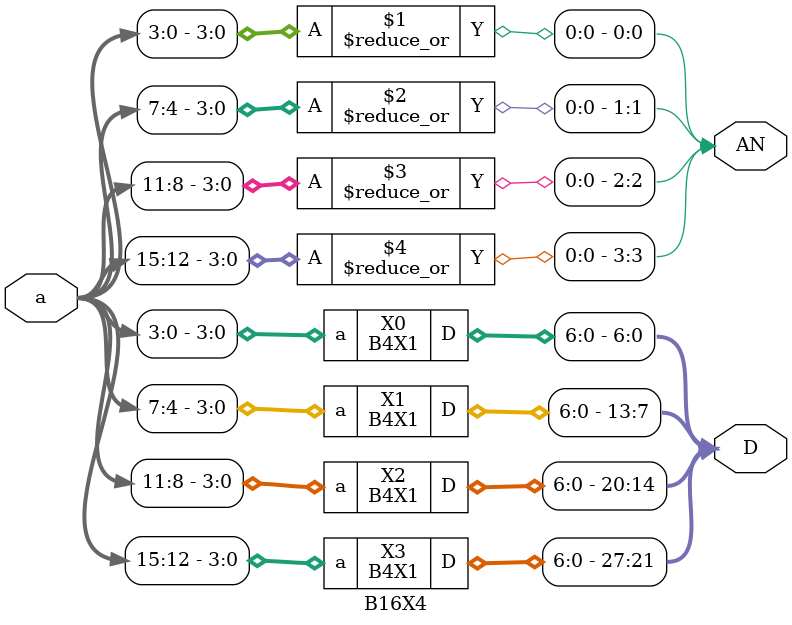
<source format=v>
module B4X1 (
    input wire [3:0] a,
    output reg [6:0] D);

    always @(*) begin
        case (a)
            4'b0000: D = 7'b1000000;    // 0
            4'b0001: D = 7'b1111001;    // 1
            4'b0010: D = 7'b0100100;    // 2
            4'b0011: D = 7'b0110000;    // 3
            4'b0100: D = 7'b0011001;    // 4
            4'b0101: D = 7'b0010010;    // 5
            4'b0110: D = 7'b0000010;    // 6
            4'b0111: D = 7'b1111000;    // 7
            4'b1000: D = 7'b0000000;    // 8
            4'b1001: D = 7'b0010000;    // 9
            4'b1010: D = 7'b0001000;    // a
            4'b1011: D = 7'b0000011;    // b
            4'b1100: D = 7'b1000110;    // c
            4'b1101: D = 7'b0100001;    // d
            4'b1110: D = 7'b0000110;    // e
            4'b1111: D = 7'b0001110;    // f
            default: D = 7'b1111111;    // f+1
        endcase
    end
endmodule

module B16X4 (
    input wire [15:0] a,
    output wire [3:0] AN,
    output wire [27:0] D);

    B4X1 X0 (
        .a(a[3:0]),
        .D(D[6:0])
    );
    B4X1 X1 (
        .a(a[7:4]),
        .D(D[13:7])
    );
    B4X1 X2 (
        .a(a[11:8]),
        .D(D[20:14])
    );
    B4X1 X3 (
        .a(a[15:12]),
        .D(D[27:21])
    );
    assign AN[0] = |a[3:0];
    assign AN[1] = |a[7:4];
    assign AN[2] = |a[11:8];
    assign AN[3] = |a[15:12];
endmodule

</source>
